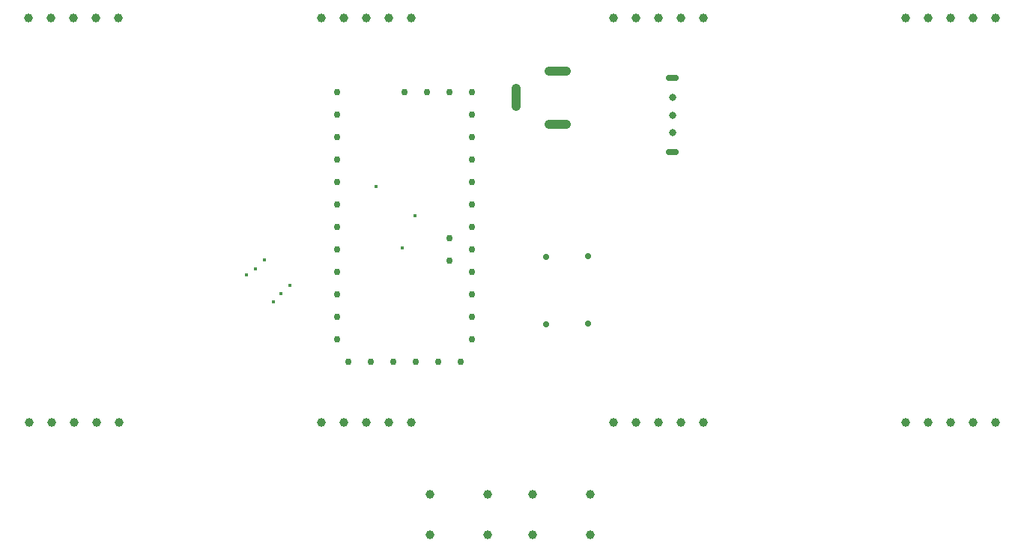
<source format=gbr>
%TF.GenerationSoftware,KiCad,Pcbnew,8.0.1*%
%TF.CreationDate,2024-04-15T16:39:29+10:00*%
%TF.ProjectId,4x8x8 LED Matrix Clock,34783878-3820-44c4-9544-204d61747269,rev?*%
%TF.SameCoordinates,Original*%
%TF.FileFunction,Plated,1,2,PTH,Mixed*%
%TF.FilePolarity,Positive*%
%FSLAX46Y46*%
G04 Gerber Fmt 4.6, Leading zero omitted, Abs format (unit mm)*
G04 Created by KiCad (PCBNEW 8.0.1) date 2024-04-15 16:39:29*
%MOMM*%
%LPD*%
G01*
G04 APERTURE LIST*
%TA.AperFunction,ViaDrill*%
%ADD10C,0.400000*%
%TD*%
%TA.AperFunction,ComponentDrill*%
%ADD11C,0.700000*%
%TD*%
G04 aperture for slot hole*
%TA.AperFunction,ComponentDrill*%
%ADD12C,0.700000*%
%TD*%
%TA.AperFunction,ComponentDrill*%
%ADD13C,0.762000*%
%TD*%
%TA.AperFunction,ComponentDrill*%
%ADD14C,0.800000*%
%TD*%
%TA.AperFunction,ComponentDrill*%
%ADD15C,1.000000*%
%TD*%
G04 aperture for slot hole*
%TA.AperFunction,ComponentDrill*%
%ADD16C,1.000000*%
%TD*%
G04 APERTURE END LIST*
D10*
X144729200Y-92125800D03*
X145750000Y-91450000D03*
X146837400Y-90474800D03*
X147850000Y-95200000D03*
X148700000Y-94250000D03*
X149650000Y-93350000D03*
X159435800Y-82169000D03*
X162355000Y-89105000D03*
X163830000Y-85471000D03*
D11*
%TO.C,R1*%
X178600000Y-90090000D03*
X178600000Y-97710000D03*
%TO.C,R2*%
X183388000Y-90068400D03*
X183388000Y-97688400D03*
D12*
%TO.C,S1*%
X193300000Y-69900000D02*
X192500000Y-69900000D01*
X193300000Y-78300000D02*
X192500000Y-78300000D01*
D13*
%TO.C,U1*%
X155035000Y-71525000D03*
X155035000Y-74065000D03*
X155035000Y-76605000D03*
X155035000Y-79145000D03*
X155035000Y-81685000D03*
X155035000Y-84225000D03*
X155035000Y-86765000D03*
X155035000Y-89305000D03*
X155035000Y-91845000D03*
X155035000Y-94385000D03*
X155035000Y-96925000D03*
X155035000Y-99465000D03*
X156305000Y-102005000D03*
X158845000Y-102005000D03*
X161385000Y-102005000D03*
X162655000Y-71525000D03*
X163925000Y-102005000D03*
X165195000Y-71525000D03*
X166465000Y-102005000D03*
X167735000Y-71525000D03*
X167735000Y-88035000D03*
X167735000Y-90575000D03*
X169005000Y-102005000D03*
X170275000Y-71525000D03*
X170275000Y-74065000D03*
X170275000Y-76605000D03*
X170275000Y-79145000D03*
X170275000Y-81685000D03*
X170275000Y-84225000D03*
X170275000Y-86765000D03*
X170275000Y-89305000D03*
X170275000Y-91845000D03*
X170275000Y-94385000D03*
X170275000Y-96925000D03*
X170275000Y-99465000D03*
D14*
%TO.C,S1*%
X192900000Y-72100000D03*
X192900000Y-74100000D03*
X192900000Y-76100000D03*
D15*
%TO.C,J3*%
X120167400Y-63093600D03*
%TO.C,J2*%
X120192800Y-108813600D03*
%TO.C,J3*%
X122707400Y-63093600D03*
%TO.C,J2*%
X122732800Y-108813600D03*
%TO.C,J3*%
X125247400Y-63093600D03*
%TO.C,J2*%
X125272800Y-108813600D03*
%TO.C,J3*%
X127787400Y-63093600D03*
%TO.C,J2*%
X127812800Y-108813600D03*
%TO.C,J3*%
X130327400Y-63093600D03*
%TO.C,J2*%
X130352800Y-108813600D03*
%TO.C,J5*%
X153212800Y-63093600D03*
%TO.C,J4*%
X153212800Y-108813600D03*
%TO.C,J5*%
X155752800Y-63093600D03*
%TO.C,J4*%
X155752800Y-108813600D03*
%TO.C,J5*%
X158292800Y-63093600D03*
%TO.C,J4*%
X158292800Y-108813600D03*
%TO.C,J5*%
X160832800Y-63093600D03*
%TO.C,J4*%
X160832800Y-108813600D03*
%TO.C,J5*%
X163372800Y-63093600D03*
%TO.C,J4*%
X163372800Y-108813600D03*
%TO.C,S2*%
X165550000Y-117000000D03*
X165550000Y-121500000D03*
X172050000Y-117000000D03*
X172050000Y-121500000D03*
D16*
%TO.C,J1*%
X175242500Y-71100000D02*
X175242500Y-73100000D01*
D15*
%TO.C,S3*%
X177150000Y-117000000D03*
X177150000Y-121500000D03*
D16*
%TO.C,J1*%
X180942500Y-69100000D02*
X178942500Y-69100000D01*
X180942500Y-75100000D02*
X178942500Y-75100000D01*
D15*
%TO.C,S3*%
X183650000Y-117000000D03*
X183650000Y-121500000D03*
%TO.C,J7*%
X186227800Y-63093600D03*
%TO.C,J6*%
X186227800Y-108813600D03*
%TO.C,J7*%
X188767800Y-63093600D03*
%TO.C,J6*%
X188767800Y-108813600D03*
%TO.C,J7*%
X191307800Y-63093600D03*
%TO.C,J6*%
X191307800Y-108813600D03*
%TO.C,J7*%
X193847800Y-63093600D03*
%TO.C,J6*%
X193847800Y-108813600D03*
%TO.C,J7*%
X196387800Y-63093600D03*
%TO.C,J6*%
X196387800Y-108813600D03*
%TO.C,J9*%
X219273200Y-63093600D03*
%TO.C,J8*%
X219273200Y-108813600D03*
%TO.C,J9*%
X221813200Y-63093600D03*
%TO.C,J8*%
X221813200Y-108813600D03*
%TO.C,J9*%
X224353200Y-63093600D03*
%TO.C,J8*%
X224353200Y-108813600D03*
%TO.C,J9*%
X226893200Y-63093600D03*
%TO.C,J8*%
X226893200Y-108813600D03*
%TO.C,J9*%
X229433200Y-63093600D03*
%TO.C,J8*%
X229433200Y-108813600D03*
M02*

</source>
